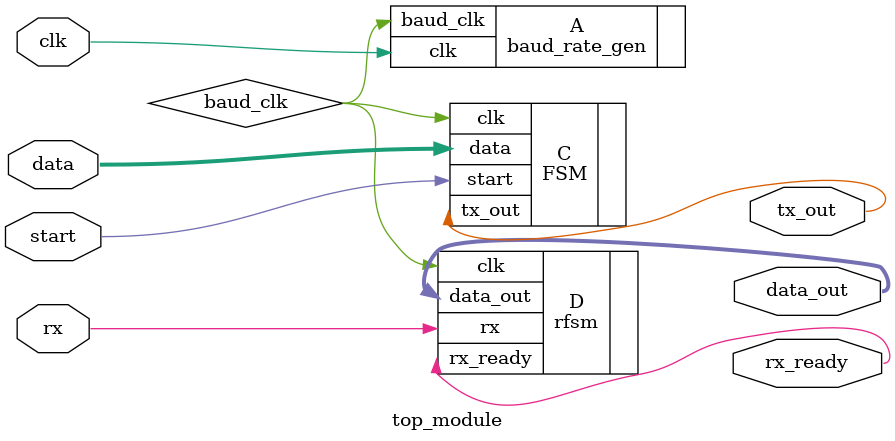
<source format=v>
`timescale 1ns / 1ps


module top_module(input [7:0] data,
input start,
input clk,
input rx,
output[7:0] data_out,
output rx_ready,
output tx_out
 
    );wire baud_clk;
    baud_rate_gen A(.clk(clk),.baud_clk(baud_clk));
    FSM C(.data(data),.start(start),.clk(baud_clk),.tx_out(tx_out));
    rfsm D(.data_out(data_out),.clk(baud_clk),.rx(rx),.rx_ready(rx_ready));
endmodule

</source>
